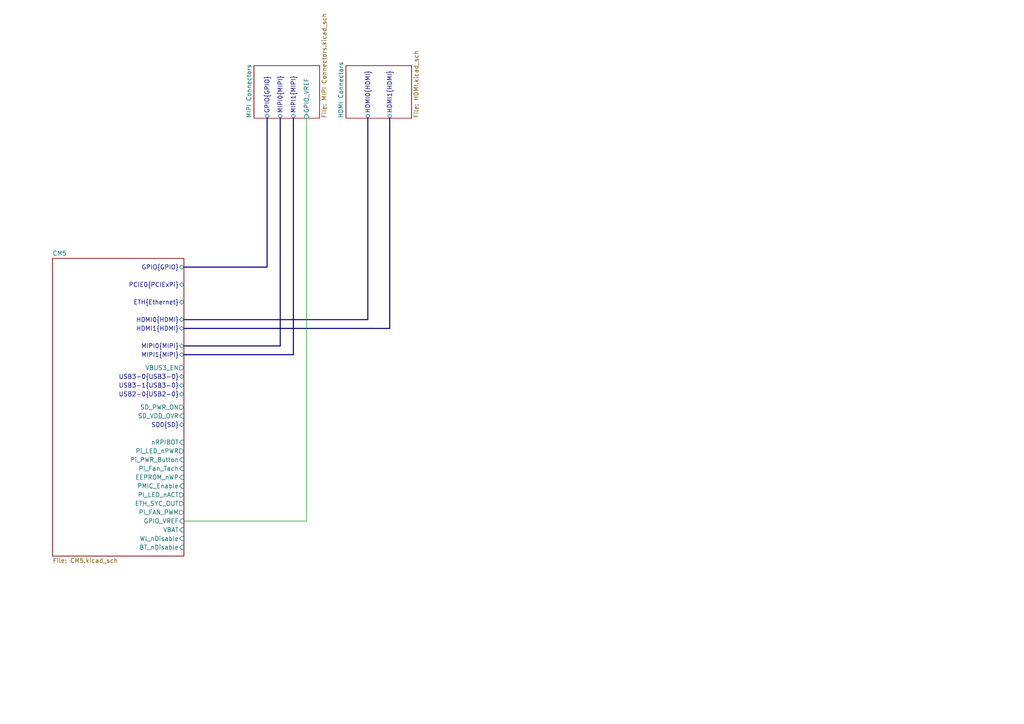
<source format=kicad_sch>
(kicad_sch
	(version 20250114)
	(generator "eeschema")
	(generator_version "9.0")
	(uuid "676c920c-f1ce-40bb-8428-0902e451bdf9")
	(paper "A4")
	(lib_symbols)
	(bus
		(pts
			(xy 53.34 95.25) (xy 113.03 95.25)
		)
		(stroke
			(width 0)
			(type default)
		)
		(uuid "052623bb-ed7b-4700-b945-464aa5a7e8ad")
	)
	(bus
		(pts
			(xy 53.34 92.71) (xy 106.68 92.71)
		)
		(stroke
			(width 0)
			(type default)
		)
		(uuid "50b64014-2cbc-43dc-9ba6-dab1573492d5")
	)
	(wire
		(pts
			(xy 88.9 34.29) (xy 88.9 151.13)
		)
		(stroke
			(width 0)
			(type default)
		)
		(uuid "72f60414-1134-43c6-9759-5bcfa650f3e3")
	)
	(bus
		(pts
			(xy 81.28 100.33) (xy 53.34 100.33)
		)
		(stroke
			(width 0)
			(type default)
		)
		(uuid "8ef03754-4f38-447a-aa26-da9bc25f5041")
	)
	(bus
		(pts
			(xy 106.68 92.71) (xy 106.68 34.29)
		)
		(stroke
			(width 0)
			(type default)
		)
		(uuid "a185d72b-aaad-43d8-bba4-c9fa63f3c4a8")
	)
	(bus
		(pts
			(xy 77.47 77.47) (xy 77.47 34.29)
		)
		(stroke
			(width 0)
			(type default)
		)
		(uuid "a3aa3bc3-46ab-4b5a-acb6-255c9b08673d")
	)
	(bus
		(pts
			(xy 53.34 102.87) (xy 85.09 102.87)
		)
		(stroke
			(width 0)
			(type default)
		)
		(uuid "a45db847-e1cc-4468-8ae3-116211a6817a")
	)
	(bus
		(pts
			(xy 85.09 102.87) (xy 85.09 34.29)
		)
		(stroke
			(width 0)
			(type default)
		)
		(uuid "b1b4e03b-44f1-4917-a8d2-4ac3b16ab7d4")
	)
	(bus
		(pts
			(xy 113.03 95.25) (xy 113.03 34.29)
		)
		(stroke
			(width 0)
			(type default)
		)
		(uuid "c1b4b5f8-b2f1-4cb8-a0e2-dd81b88c7cb0")
	)
	(bus
		(pts
			(xy 53.34 77.47) (xy 77.47 77.47)
		)
		(stroke
			(width 0)
			(type default)
		)
		(uuid "d7580a41-216b-4430-b937-34e0c416e57c")
	)
	(wire
		(pts
			(xy 88.9 151.13) (xy 53.34 151.13)
		)
		(stroke
			(width 0)
			(type default)
		)
		(uuid "e0fae301-a652-4ddb-8dc4-fe82cde963b7")
	)
	(bus
		(pts
			(xy 81.28 34.29) (xy 81.28 100.33)
		)
		(stroke
			(width 0)
			(type default)
		)
		(uuid "fdefbd6d-9e8e-4c4c-a35c-49477337aaa6")
	)
	(sheet
		(at 100.33 19.05)
		(size 19.05 15.24)
		(exclude_from_sim no)
		(in_bom yes)
		(on_board yes)
		(dnp no)
		(fields_autoplaced yes)
		(stroke
			(width 0.1524)
			(type solid)
		)
		(fill
			(color 0 0 0 0.0000)
		)
		(uuid "1c6f93dd-56ed-48bc-b112-333a755d9948")
		(property "Sheetname" "HDMI Connectors"
			(at 99.6184 34.29 90)
			(effects
				(font
					(size 1.27 1.27)
				)
				(justify left bottom)
			)
		)
		(property "Sheetfile" "HDMI.kicad_sch"
			(at 119.9646 34.29 90)
			(effects
				(font
					(size 1.27 1.27)
				)
				(justify left top)
			)
		)
		(pin "HDMI0{HDMI}" bidirectional
			(at 106.68 34.29 270)
			(uuid "b989294a-4b2d-48cd-9edf-43f5de1c66be")
			(effects
				(font
					(size 1.27 1.27)
				)
				(justify left)
			)
		)
		(pin "HDMI1{HDMI}" bidirectional
			(at 113.03 34.29 270)
			(uuid "e457b234-b178-4752-b423-dd4dc69d88c8")
			(effects
				(font
					(size 1.27 1.27)
				)
				(justify left)
			)
		)
		(instances
			(project "Pi-ATX"
				(path "/676c920c-f1ce-40bb-8428-0902e451bdf9"
					(page "4")
				)
			)
		)
	)
	(sheet
		(at 15.24 74.93)
		(size 38.1 86.36)
		(exclude_from_sim no)
		(in_bom yes)
		(on_board yes)
		(dnp no)
		(fields_autoplaced yes)
		(stroke
			(width 0.1524)
			(type solid)
		)
		(fill
			(color 0 0 0 0.0000)
		)
		(uuid "2f554058-6979-4fc2-85a1-6bab7ea811a9")
		(property "Sheetname" "CM5"
			(at 15.24 74.2184 0)
			(effects
				(font
					(size 1.27 1.27)
				)
				(justify left bottom)
			)
		)
		(property "Sheetfile" "CM5.kicad_sch"
			(at 15.24 161.8746 0)
			(effects
				(font
					(size 1.27 1.27)
				)
				(justify left top)
			)
		)
		(pin "nRPIBOT" input
			(at 53.34 128.27 0)
			(uuid "9e58a4c2-c33c-436e-921c-75bd57235c53")
			(effects
				(font
					(size 1.27 1.27)
				)
				(justify right)
			)
		)
		(pin "Pi_LED_nPWR" output
			(at 53.34 130.81 0)
			(uuid "6c8a7632-a8f5-445d-8b3e-16e7bdd9990e")
			(effects
				(font
					(size 1.27 1.27)
				)
				(justify right)
			)
		)
		(pin "Pi_PWR_Button" input
			(at 53.34 133.35 0)
			(uuid "408dec3d-3c94-41d3-9caa-337e87b8adf9")
			(effects
				(font
					(size 1.27 1.27)
				)
				(justify right)
			)
		)
		(pin "Pi_Fan_Tach" input
			(at 53.34 135.89 0)
			(uuid "01ce8c89-0bea-4e1f-b3d1-8976ce2e7153")
			(effects
				(font
					(size 1.27 1.27)
				)
				(justify right)
			)
		)
		(pin "EEPROM_nWP" input
			(at 53.34 138.43 0)
			(uuid "8a1fe202-0f58-497f-921d-7eabfca70365")
			(effects
				(font
					(size 1.27 1.27)
				)
				(justify right)
			)
		)
		(pin "PMIC_Enable" input
			(at 53.34 140.97 0)
			(uuid "9adf7b85-1259-429b-a8f3-bbf142a0927c")
			(effects
				(font
					(size 1.27 1.27)
				)
				(justify right)
			)
		)
		(pin "PI_LED_nACT" output
			(at 53.34 143.51 0)
			(uuid "f30fbcc3-1005-4c94-bec1-43f50047d6ef")
			(effects
				(font
					(size 1.27 1.27)
				)
				(justify right)
			)
		)
		(pin "ETH_SYC_OUT" output
			(at 53.34 146.05 0)
			(uuid "e6fde8b6-f69b-4f1f-887f-db538e7e476d")
			(effects
				(font
					(size 1.27 1.27)
				)
				(justify right)
			)
		)
		(pin "PI_FAN_PWM" output
			(at 53.34 148.59 0)
			(uuid "813dd5c3-196c-4127-a845-9a53abb115e7")
			(effects
				(font
					(size 1.27 1.27)
				)
				(justify right)
			)
		)
		(pin "GPIO_VREF" input
			(at 53.34 151.13 0)
			(uuid "eabfc61c-a551-44c1-9065-6505701fb44a")
			(effects
				(font
					(size 1.27 1.27)
				)
				(justify right)
			)
		)
		(pin "VBAT" input
			(at 53.34 153.67 0)
			(uuid "5f9849f6-748f-4eec-b89b-bc849e21678d")
			(effects
				(font
					(size 1.27 1.27)
				)
				(justify right)
			)
		)
		(pin "Wl_nDisable" input
			(at 53.34 156.21 0)
			(uuid "f554f4ee-414b-421f-887b-784531adba41")
			(effects
				(font
					(size 1.27 1.27)
				)
				(justify right)
			)
		)
		(pin "HDMI1{HDMI}" bidirectional
			(at 53.34 95.25 0)
			(uuid "4c183908-475b-469f-b7c8-46d04744bac6")
			(effects
				(font
					(size 1.27 1.27)
				)
				(justify right)
			)
		)
		(pin "MIPI1{MIPI}" bidirectional
			(at 53.34 102.87 0)
			(uuid "3b92f70e-b39b-4873-96c5-b93a1d1bd8d5")
			(effects
				(font
					(size 1.27 1.27)
				)
				(justify right)
			)
		)
		(pin "MIPI0{MIPI}" bidirectional
			(at 53.34 100.33 0)
			(uuid "0b4b2339-5bd6-4208-af4c-04f8b35b8c8c")
			(effects
				(font
					(size 1.27 1.27)
				)
				(justify right)
			)
		)
		(pin "HDMI0{HDMI}" bidirectional
			(at 53.34 92.71 0)
			(uuid "9bd0ad41-24d5-4f8a-8402-908e9423786b")
			(effects
				(font
					(size 1.27 1.27)
				)
				(justify right)
			)
		)
		(pin "BT_nDisable" input
			(at 53.34 158.75 0)
			(uuid "df7603c0-1cdc-4b34-89de-d531bc475c35")
			(effects
				(font
					(size 1.27 1.27)
				)
				(justify right)
			)
		)
		(pin "SD0{SD}" bidirectional
			(at 53.34 123.19 0)
			(uuid "8b84a987-9ec9-42b5-8445-e860018a4850")
			(effects
				(font
					(size 1.27 1.27)
				)
				(justify right)
			)
		)
		(pin "SD_VDD_OVR" input
			(at 53.34 120.65 0)
			(uuid "42d803d3-9aa3-4caa-ba98-f7088bbc60e8")
			(effects
				(font
					(size 1.27 1.27)
				)
				(justify right)
			)
		)
		(pin "SD_PWR_ON" output
			(at 53.34 118.11 0)
			(uuid "cb5f6cd2-dbfd-4f90-a4d5-2355156019fc")
			(effects
				(font
					(size 1.27 1.27)
				)
				(justify right)
			)
		)
		(pin "USB2-0{USB2-0}" bidirectional
			(at 53.34 114.3 0)
			(uuid "5d40ff1d-816c-4988-9a2d-35a32232c17e")
			(effects
				(font
					(size 1.27 1.27)
				)
				(justify right)
			)
		)
		(pin "USB3-1{USB3-0}" bidirectional
			(at 53.34 111.76 0)
			(uuid "4637910d-a41a-4561-9646-555e55532ea7")
			(effects
				(font
					(size 1.27 1.27)
				)
				(justify right)
			)
		)
		(pin "USB3-0{USB3-0}" bidirectional
			(at 53.34 109.22 0)
			(uuid "78edcfb3-4bfa-40b4-a32c-a62983644dfc")
			(effects
				(font
					(size 1.27 1.27)
				)
				(justify right)
			)
		)
		(pin "VBUS3_EN" output
			(at 53.34 106.68 0)
			(uuid "a78189ab-ddd3-4c3f-9ac5-cf7a2749b889")
			(effects
				(font
					(size 1.27 1.27)
				)
				(justify right)
			)
		)
		(pin "ETH{Ethernet}" bidirectional
			(at 53.34 87.63 0)
			(uuid "52ce8b89-ec55-49ab-8df3-e49ce2664706")
			(effects
				(font
					(size 1.27 1.27)
				)
				(justify right)
			)
		)
		(pin "PCIE0{PCIExPi}" bidirectional
			(at 53.34 82.55 0)
			(uuid "95dc46b0-1a33-490c-99ea-c1f971356ac9")
			(effects
				(font
					(size 1.27 1.27)
				)
				(justify right)
			)
		)
		(pin "GPIO{GPIO}" bidirectional
			(at 53.34 77.47 0)
			(uuid "2fcf24a4-3314-4caf-86c6-bb790938d983")
			(effects
				(font
					(size 1.27 1.27)
				)
				(justify right)
			)
		)
		(instances
			(project "Pi-ATX"
				(path "/676c920c-f1ce-40bb-8428-0902e451bdf9"
					(page "2")
				)
			)
		)
	)
	(sheet
		(at 73.66 19.05)
		(size 19.05 15.24)
		(exclude_from_sim no)
		(in_bom yes)
		(on_board yes)
		(dnp no)
		(fields_autoplaced yes)
		(stroke
			(width 0.1524)
			(type solid)
		)
		(fill
			(color 0 0 0 0.0000)
		)
		(uuid "e49e3c85-312c-4d73-b4f3-09cdde936d41")
		(property "Sheetname" "MIPI Connectors"
			(at 72.9484 34.29 90)
			(effects
				(font
					(size 1.27 1.27)
				)
				(justify left bottom)
			)
		)
		(property "Sheetfile" "MIPI Connectors.kicad_sch"
			(at 93.2946 34.29 90)
			(effects
				(font
					(size 1.27 1.27)
				)
				(justify left top)
			)
		)
		(pin "MIPI0{MIPI}" bidirectional
			(at 81.28 34.29 270)
			(uuid "5dda6b08-c370-4600-ad84-380a0d35d652")
			(effects
				(font
					(size 1.27 1.27)
				)
				(justify left)
			)
		)
		(pin "MIPI1{MIPI}" bidirectional
			(at 85.09 34.29 270)
			(uuid "6ddbd510-373c-459f-8ad7-a8472ea71525")
			(effects
				(font
					(size 1.27 1.27)
				)
				(justify left)
			)
		)
		(pin "GPIO{GPIO}" bidirectional
			(at 77.47 34.29 270)
			(uuid "d9ce62c6-0c34-4db6-8036-c55e402e0871")
			(effects
				(font
					(size 1.27 1.27)
				)
				(justify left)
			)
		)
		(pin "GPIO_VREF" input
			(at 88.9 34.29 270)
			(uuid "478911a3-a541-4825-ade8-1d5561d27bed")
			(effects
				(font
					(size 1.27 1.27)
				)
				(justify left)
			)
		)
		(instances
			(project "Pi-ATX"
				(path "/676c920c-f1ce-40bb-8428-0902e451bdf9"
					(page "3")
				)
			)
		)
	)
	(sheet_instances
		(path "/"
			(page "1")
		)
	)
	(embedded_fonts no)
)

</source>
